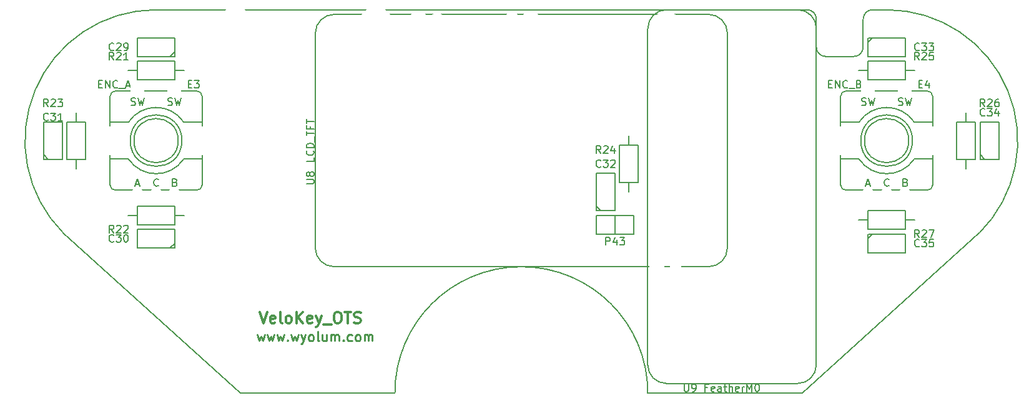
<source format=gto>
G04 #@! TF.FileFunction,Legend,Top*
%FSLAX46Y46*%
G04 Gerber Fmt 4.6, Leading zero omitted, Abs format (unit mm)*
G04 Created by KiCad (PCBNEW 4.0.1-3.201512221401+6198~38~ubuntu15.10.1-stable) date Mon Feb 15 20:14:59 2016*
%MOMM*%
G01*
G04 APERTURE LIST*
%ADD10C,0.101600*%
%ADD11C,0.254000*%
%ADD12C,0.304800*%
%ADD13C,0.152400*%
%ADD14C,0.150000*%
%ADD15O,2.432000X1.924000*%
%ADD16O,1.924000X2.432000*%
%ADD17O,1.924000X1.924000*%
%ADD18O,1.797000X1.797000*%
%ADD19C,1.901140*%
%ADD20C,2.398980*%
%ADD21R,2.432000X2.432000*%
%ADD22O,2.432000X2.432000*%
%ADD23C,4.572000*%
%ADD24O,2.813000X1.797000*%
%ADD25O,2.432000X1.797000*%
%ADD26C,1.924000*%
%ADD27C,2.000000*%
%ADD28C,4.100000*%
%ADD29C,3.000000*%
G04 APERTURE END LIST*
D10*
D11*
X56273096Y-67037857D02*
X56515000Y-67884524D01*
X56756905Y-67279762D01*
X56998810Y-67884524D01*
X57240715Y-67037857D01*
X57603572Y-67037857D02*
X57845476Y-67884524D01*
X58087381Y-67279762D01*
X58329286Y-67884524D01*
X58571191Y-67037857D01*
X58934048Y-67037857D02*
X59175952Y-67884524D01*
X59417857Y-67279762D01*
X59659762Y-67884524D01*
X59901667Y-67037857D01*
X60385476Y-67763571D02*
X60445952Y-67824048D01*
X60385476Y-67884524D01*
X60325000Y-67824048D01*
X60385476Y-67763571D01*
X60385476Y-67884524D01*
X60869286Y-67037857D02*
X61111190Y-67884524D01*
X61353095Y-67279762D01*
X61595000Y-67884524D01*
X61836905Y-67037857D01*
X62199762Y-67037857D02*
X62502143Y-67884524D01*
X62804523Y-67037857D02*
X62502143Y-67884524D01*
X62381190Y-68186905D01*
X62320714Y-68247381D01*
X62199762Y-68307857D01*
X63469762Y-67884524D02*
X63348809Y-67824048D01*
X63288333Y-67763571D01*
X63227857Y-67642619D01*
X63227857Y-67279762D01*
X63288333Y-67158810D01*
X63348809Y-67098333D01*
X63469762Y-67037857D01*
X63651190Y-67037857D01*
X63772142Y-67098333D01*
X63832619Y-67158810D01*
X63893095Y-67279762D01*
X63893095Y-67642619D01*
X63832619Y-67763571D01*
X63772142Y-67824048D01*
X63651190Y-67884524D01*
X63469762Y-67884524D01*
X64618810Y-67884524D02*
X64497857Y-67824048D01*
X64437381Y-67703095D01*
X64437381Y-66614524D01*
X65646905Y-67037857D02*
X65646905Y-67884524D01*
X65102619Y-67037857D02*
X65102619Y-67703095D01*
X65163095Y-67824048D01*
X65284048Y-67884524D01*
X65465476Y-67884524D01*
X65586428Y-67824048D01*
X65646905Y-67763571D01*
X66251667Y-67884524D02*
X66251667Y-67037857D01*
X66251667Y-67158810D02*
X66312143Y-67098333D01*
X66433096Y-67037857D01*
X66614524Y-67037857D01*
X66735476Y-67098333D01*
X66795953Y-67219286D01*
X66795953Y-67884524D01*
X66795953Y-67219286D02*
X66856429Y-67098333D01*
X66977381Y-67037857D01*
X67158810Y-67037857D01*
X67279762Y-67098333D01*
X67340238Y-67219286D01*
X67340238Y-67884524D01*
X67945000Y-67763571D02*
X68005476Y-67824048D01*
X67945000Y-67884524D01*
X67884524Y-67824048D01*
X67945000Y-67763571D01*
X67945000Y-67884524D01*
X69094048Y-67824048D02*
X68973095Y-67884524D01*
X68731191Y-67884524D01*
X68610238Y-67824048D01*
X68549762Y-67763571D01*
X68489286Y-67642619D01*
X68489286Y-67279762D01*
X68549762Y-67158810D01*
X68610238Y-67098333D01*
X68731191Y-67037857D01*
X68973095Y-67037857D01*
X69094048Y-67098333D01*
X69819762Y-67884524D02*
X69698809Y-67824048D01*
X69638333Y-67763571D01*
X69577857Y-67642619D01*
X69577857Y-67279762D01*
X69638333Y-67158810D01*
X69698809Y-67098333D01*
X69819762Y-67037857D01*
X70001190Y-67037857D01*
X70122142Y-67098333D01*
X70182619Y-67158810D01*
X70243095Y-67279762D01*
X70243095Y-67642619D01*
X70182619Y-67763571D01*
X70122142Y-67824048D01*
X70001190Y-67884524D01*
X69819762Y-67884524D01*
X70787381Y-67884524D02*
X70787381Y-67037857D01*
X70787381Y-67158810D02*
X70847857Y-67098333D01*
X70968810Y-67037857D01*
X71150238Y-67037857D01*
X71271190Y-67098333D01*
X71331667Y-67219286D01*
X71331667Y-67884524D01*
X71331667Y-67219286D02*
X71392143Y-67098333D01*
X71513095Y-67037857D01*
X71694524Y-67037857D01*
X71815476Y-67098333D01*
X71875952Y-67219286D01*
X71875952Y-67884524D01*
D12*
X56569428Y-63935429D02*
X57077428Y-65459429D01*
X57585428Y-63935429D01*
X58674000Y-65386857D02*
X58528857Y-65459429D01*
X58238571Y-65459429D01*
X58093428Y-65386857D01*
X58020857Y-65241714D01*
X58020857Y-64661143D01*
X58093428Y-64516000D01*
X58238571Y-64443429D01*
X58528857Y-64443429D01*
X58674000Y-64516000D01*
X58746571Y-64661143D01*
X58746571Y-64806286D01*
X58020857Y-64951429D01*
X59617428Y-65459429D02*
X59472286Y-65386857D01*
X59399714Y-65241714D01*
X59399714Y-63935429D01*
X60415714Y-65459429D02*
X60270572Y-65386857D01*
X60198000Y-65314286D01*
X60125429Y-65169143D01*
X60125429Y-64733714D01*
X60198000Y-64588571D01*
X60270572Y-64516000D01*
X60415714Y-64443429D01*
X60633429Y-64443429D01*
X60778572Y-64516000D01*
X60851143Y-64588571D01*
X60923714Y-64733714D01*
X60923714Y-65169143D01*
X60851143Y-65314286D01*
X60778572Y-65386857D01*
X60633429Y-65459429D01*
X60415714Y-65459429D01*
X61576857Y-65459429D02*
X61576857Y-63935429D01*
X62447714Y-65459429D02*
X61794571Y-64588571D01*
X62447714Y-63935429D02*
X61576857Y-64806286D01*
X63681429Y-65386857D02*
X63536286Y-65459429D01*
X63246000Y-65459429D01*
X63100857Y-65386857D01*
X63028286Y-65241714D01*
X63028286Y-64661143D01*
X63100857Y-64516000D01*
X63246000Y-64443429D01*
X63536286Y-64443429D01*
X63681429Y-64516000D01*
X63754000Y-64661143D01*
X63754000Y-64806286D01*
X63028286Y-64951429D01*
X64262000Y-64443429D02*
X64624857Y-65459429D01*
X64987715Y-64443429D02*
X64624857Y-65459429D01*
X64479715Y-65822286D01*
X64407143Y-65894857D01*
X64262000Y-65967429D01*
X65205429Y-65604571D02*
X66366572Y-65604571D01*
X67019715Y-63935429D02*
X67310001Y-63935429D01*
X67455143Y-64008000D01*
X67600286Y-64153143D01*
X67672858Y-64443429D01*
X67672858Y-64951429D01*
X67600286Y-65241714D01*
X67455143Y-65386857D01*
X67310001Y-65459429D01*
X67019715Y-65459429D01*
X66874572Y-65386857D01*
X66729429Y-65241714D01*
X66656858Y-64951429D01*
X66656858Y-64443429D01*
X66729429Y-64153143D01*
X66874572Y-64008000D01*
X67019715Y-63935429D01*
X68108286Y-63935429D02*
X68979143Y-63935429D01*
X68543714Y-65459429D02*
X68543714Y-63935429D01*
X69414572Y-65386857D02*
X69632286Y-65459429D01*
X69995143Y-65459429D01*
X70140286Y-65386857D01*
X70212857Y-65314286D01*
X70285429Y-65169143D01*
X70285429Y-65024000D01*
X70212857Y-64878857D01*
X70140286Y-64806286D01*
X69995143Y-64733714D01*
X69704857Y-64661143D01*
X69559715Y-64588571D01*
X69487143Y-64516000D01*
X69414572Y-64370857D01*
X69414572Y-64225714D01*
X69487143Y-64080571D01*
X69559715Y-64008000D01*
X69704857Y-63935429D01*
X70067715Y-63935429D01*
X70285429Y-64008000D01*
D13*
X139700000Y-22860000D02*
X141605000Y-22860000D01*
X139700000Y-22860000D02*
G75*
G03X138430000Y-24130000I0J-1270000D01*
G01*
X132080000Y-24130000D02*
G75*
G03X130810000Y-22860000I-1270000J0D01*
G01*
X137160000Y-29210000D02*
G75*
G03X138430000Y-27940000I0J1270000D01*
G01*
X132080000Y-27940000D02*
G75*
G03X133350000Y-29210000I1270000J0D01*
G01*
X133350000Y-29210000D02*
X137160000Y-29210000D01*
X138430000Y-27940000D02*
X138430000Y-24130000D01*
X132080000Y-24130000D02*
X132080000Y-27940000D01*
X109220000Y-74930000D02*
X130175000Y-74930000D01*
X74930000Y-74930000D02*
X53975000Y-74930000D01*
X109220000Y-74930000D02*
G75*
G03X92075000Y-57785000I-17145000J0D01*
G01*
X92075000Y-57785000D02*
G75*
G03X74930000Y-74930000I0J-17145000D01*
G01*
X53975000Y-74930000D02*
X29972000Y-53213000D01*
X29972641Y-53212359D02*
G75*
G02X42545000Y-22860000I12572359J12572359D01*
G01*
X42545000Y-22860000D02*
X130810000Y-22860000D01*
X130175000Y-74930000D02*
X154178000Y-53213000D01*
X154177359Y-53212359D02*
G75*
G03X141605000Y-22860000I-12572359J12572359D01*
G01*
D14*
X139115800Y-53340000D02*
X144145000Y-53340000D01*
X144145000Y-53340000D02*
X144145000Y-55880000D01*
X144145000Y-55880000D02*
X139065000Y-55880000D01*
X139065000Y-55880000D02*
X139065000Y-53340000D01*
X139065000Y-53975000D02*
X139700000Y-53340000D01*
X154305000Y-43129200D02*
X154305000Y-38100000D01*
X154305000Y-38100000D02*
X156845000Y-38100000D01*
X156845000Y-38100000D02*
X156845000Y-43180000D01*
X156845000Y-43180000D02*
X154305000Y-43180000D01*
X154940000Y-43180000D02*
X154305000Y-42545000D01*
X139115800Y-26670000D02*
X144145000Y-26670000D01*
X144145000Y-26670000D02*
X144145000Y-29210000D01*
X144145000Y-29210000D02*
X139065000Y-29210000D01*
X139065000Y-29210000D02*
X139065000Y-26670000D01*
X139065000Y-27305000D02*
X139700000Y-26670000D01*
X102235000Y-50114200D02*
X102235000Y-45085000D01*
X102235000Y-45085000D02*
X104775000Y-45085000D01*
X104775000Y-45085000D02*
X104775000Y-50165000D01*
X104775000Y-50165000D02*
X102235000Y-50165000D01*
X102870000Y-50165000D02*
X102235000Y-49530000D01*
X27305000Y-43129200D02*
X27305000Y-38100000D01*
X27305000Y-38100000D02*
X29845000Y-38100000D01*
X29845000Y-38100000D02*
X29845000Y-43180000D01*
X29845000Y-43180000D02*
X27305000Y-43180000D01*
X27940000Y-43180000D02*
X27305000Y-42545000D01*
X45034200Y-55245000D02*
X40005000Y-55245000D01*
X40005000Y-55245000D02*
X40005000Y-52705000D01*
X40005000Y-52705000D02*
X45085000Y-52705000D01*
X45085000Y-52705000D02*
X45085000Y-55245000D01*
X45085000Y-54610000D02*
X44450000Y-55245000D01*
X45034200Y-29210000D02*
X40005000Y-29210000D01*
X40005000Y-29210000D02*
X40005000Y-26670000D01*
X40005000Y-26670000D02*
X45085000Y-26670000D01*
X45085000Y-26670000D02*
X45085000Y-29210000D01*
X45085000Y-28575000D02*
X44450000Y-29210000D01*
X144145000Y-52705000D02*
X139065000Y-52705000D01*
X139065000Y-52705000D02*
X139065000Y-50165000D01*
X139065000Y-50165000D02*
X144145000Y-50165000D01*
X144145000Y-50165000D02*
X144145000Y-52705000D01*
X144145000Y-51435000D02*
X145415000Y-51435000D01*
X139065000Y-51435000D02*
X137795000Y-51435000D01*
X153670000Y-38100000D02*
X153670000Y-43180000D01*
X153670000Y-43180000D02*
X151130000Y-43180000D01*
X151130000Y-43180000D02*
X151130000Y-38100000D01*
X151130000Y-38100000D02*
X153670000Y-38100000D01*
X152400000Y-38100000D02*
X152400000Y-36830000D01*
X152400000Y-43180000D02*
X152400000Y-44450000D01*
X144145000Y-32385000D02*
X139065000Y-32385000D01*
X139065000Y-32385000D02*
X139065000Y-29845000D01*
X139065000Y-29845000D02*
X144145000Y-29845000D01*
X144145000Y-29845000D02*
X144145000Y-32385000D01*
X144145000Y-31115000D02*
X145415000Y-31115000D01*
X139065000Y-31115000D02*
X137795000Y-31115000D01*
X107950000Y-41275000D02*
X107950000Y-46355000D01*
X107950000Y-46355000D02*
X105410000Y-46355000D01*
X105410000Y-46355000D02*
X105410000Y-41275000D01*
X105410000Y-41275000D02*
X107950000Y-41275000D01*
X106680000Y-41275000D02*
X106680000Y-40005000D01*
X106680000Y-46355000D02*
X106680000Y-47625000D01*
X33020000Y-38100000D02*
X33020000Y-43180000D01*
X33020000Y-43180000D02*
X30480000Y-43180000D01*
X30480000Y-43180000D02*
X30480000Y-38100000D01*
X30480000Y-38100000D02*
X33020000Y-38100000D01*
X31750000Y-38100000D02*
X31750000Y-36830000D01*
X31750000Y-43180000D02*
X31750000Y-44450000D01*
X40005000Y-49530000D02*
X45085000Y-49530000D01*
X45085000Y-49530000D02*
X45085000Y-52070000D01*
X45085000Y-52070000D02*
X40005000Y-52070000D01*
X40005000Y-52070000D02*
X40005000Y-49530000D01*
X40005000Y-50800000D02*
X38735000Y-50800000D01*
X45085000Y-50800000D02*
X46355000Y-50800000D01*
X40005000Y-29845000D02*
X45085000Y-29845000D01*
X45085000Y-29845000D02*
X45085000Y-32385000D01*
X45085000Y-32385000D02*
X40005000Y-32385000D01*
X40005000Y-32385000D02*
X40005000Y-29845000D01*
X40005000Y-31115000D02*
X38735000Y-31115000D01*
X45085000Y-31115000D02*
X46355000Y-31115000D01*
X104775000Y-53340000D02*
X104775000Y-50800000D01*
X107315000Y-53340000D02*
X107315000Y-50800000D01*
X107315000Y-50800000D02*
X104775000Y-50800000D01*
X104775000Y-50800000D02*
X102235000Y-50800000D01*
X102235000Y-50800000D02*
X102235000Y-53340000D01*
X102235000Y-53340000D02*
X107315000Y-53340000D01*
X120015000Y-55245000D02*
X120015000Y-26035000D01*
X66675000Y-57785000D02*
X117475000Y-57785000D01*
X64135000Y-26035000D02*
X64135000Y-55245000D01*
X117475000Y-23495000D02*
X66675000Y-23495000D01*
X64135000Y-55245000D02*
G75*
G03X66675000Y-57785000I2540000J0D01*
G01*
X117475000Y-57785000D02*
G75*
G03X120015000Y-55245000I0J2540000D01*
G01*
X120015000Y-26035000D02*
G75*
G03X117475000Y-23495000I-2540000J0D01*
G01*
X66675000Y-23495000D02*
G75*
G03X64135000Y-26035000I0J-2540000D01*
G01*
X111760000Y-73660000D02*
X129540000Y-73660000D01*
X109220000Y-25400000D02*
X109220000Y-71120000D01*
X129540000Y-22860000D02*
X111760000Y-22860000D01*
X132080000Y-71120000D02*
X132080000Y-25400000D01*
X132080000Y-25400000D02*
G75*
G03X129540000Y-22860000I-2540000J0D01*
G01*
X111760000Y-22860000D02*
G75*
G03X109220000Y-25400000I0J-2540000D01*
G01*
X109220000Y-71120000D02*
G75*
G03X111760000Y-73660000I2540000J0D01*
G01*
X129540000Y-73660000D02*
G75*
G03X132080000Y-71120000I0J2540000D01*
G01*
X37045000Y-47390000D02*
X48045000Y-47390000D01*
X48795000Y-46640000D02*
X48795000Y-34640000D01*
X36295000Y-34640000D02*
X36295000Y-46640000D01*
X48045000Y-33890000D02*
X37045000Y-33890000D01*
X37045000Y-33890000D02*
G75*
G03X36295000Y-34640000I0J-750000D01*
G01*
X36295000Y-46640000D02*
G75*
G03X37045000Y-47390000I750000J0D01*
G01*
X48045000Y-47390000D02*
G75*
G03X48795000Y-46640000I0J750000D01*
G01*
X48795000Y-34640000D02*
G75*
G03X48045000Y-33890000I-750000J0D01*
G01*
X46295000Y-38140000D02*
X48795000Y-38140000D01*
X38795000Y-38140000D02*
X36295000Y-38140000D01*
X38795000Y-43140000D02*
X36295000Y-43140000D01*
X46295000Y-43140000D02*
X48795000Y-43140000D01*
X38795000Y-43140000D02*
G75*
G03X46295000Y-43140000I3750000J2500000D01*
G01*
X46295000Y-38140000D02*
G75*
G03X38795000Y-38140000I-3750000J-2500000D01*
G01*
X46045000Y-40640000D02*
G75*
G03X46045000Y-40640000I-3500000J0D01*
G01*
X45545000Y-40640000D02*
G75*
G03X45545000Y-40640000I-3000000J0D01*
G01*
X136105000Y-47390000D02*
X147105000Y-47390000D01*
X147855000Y-46640000D02*
X147855000Y-34640000D01*
X135355000Y-34640000D02*
X135355000Y-46640000D01*
X147105000Y-33890000D02*
X136105000Y-33890000D01*
X136105000Y-33890000D02*
G75*
G03X135355000Y-34640000I0J-750000D01*
G01*
X135355000Y-46640000D02*
G75*
G03X136105000Y-47390000I750000J0D01*
G01*
X147105000Y-47390000D02*
G75*
G03X147855000Y-46640000I0J750000D01*
G01*
X147855000Y-34640000D02*
G75*
G03X147105000Y-33890000I-750000J0D01*
G01*
X145355000Y-38140000D02*
X147855000Y-38140000D01*
X137855000Y-38140000D02*
X135355000Y-38140000D01*
X137855000Y-43140000D02*
X135355000Y-43140000D01*
X145355000Y-43140000D02*
X147855000Y-43140000D01*
X137855000Y-43140000D02*
G75*
G03X145355000Y-43140000I3750000J2500000D01*
G01*
X145355000Y-38140000D02*
G75*
G03X137855000Y-38140000I-3750000J-2500000D01*
G01*
X145105000Y-40640000D02*
G75*
G03X145105000Y-40640000I-3500000J0D01*
G01*
X144605000Y-40640000D02*
G75*
G03X144605000Y-40640000I-3000000J0D01*
G01*
D13*
X146031857Y-54972857D02*
X145983476Y-55021238D01*
X145838333Y-55069619D01*
X145741571Y-55069619D01*
X145596429Y-55021238D01*
X145499667Y-54924476D01*
X145451286Y-54827714D01*
X145402905Y-54634190D01*
X145402905Y-54489048D01*
X145451286Y-54295524D01*
X145499667Y-54198762D01*
X145596429Y-54102000D01*
X145741571Y-54053619D01*
X145838333Y-54053619D01*
X145983476Y-54102000D01*
X146031857Y-54150381D01*
X146370524Y-54053619D02*
X146999476Y-54053619D01*
X146660810Y-54440667D01*
X146805952Y-54440667D01*
X146902714Y-54489048D01*
X146951095Y-54537429D01*
X146999476Y-54634190D01*
X146999476Y-54876095D01*
X146951095Y-54972857D01*
X146902714Y-55021238D01*
X146805952Y-55069619D01*
X146515667Y-55069619D01*
X146418905Y-55021238D01*
X146370524Y-54972857D01*
X147918714Y-54053619D02*
X147434905Y-54053619D01*
X147386524Y-54537429D01*
X147434905Y-54489048D01*
X147531667Y-54440667D01*
X147773571Y-54440667D01*
X147870333Y-54489048D01*
X147918714Y-54537429D01*
X147967095Y-54634190D01*
X147967095Y-54876095D01*
X147918714Y-54972857D01*
X147870333Y-55021238D01*
X147773571Y-55069619D01*
X147531667Y-55069619D01*
X147434905Y-55021238D01*
X147386524Y-54972857D01*
X154921857Y-37192857D02*
X154873476Y-37241238D01*
X154728333Y-37289619D01*
X154631571Y-37289619D01*
X154486429Y-37241238D01*
X154389667Y-37144476D01*
X154341286Y-37047714D01*
X154292905Y-36854190D01*
X154292905Y-36709048D01*
X154341286Y-36515524D01*
X154389667Y-36418762D01*
X154486429Y-36322000D01*
X154631571Y-36273619D01*
X154728333Y-36273619D01*
X154873476Y-36322000D01*
X154921857Y-36370381D01*
X155260524Y-36273619D02*
X155889476Y-36273619D01*
X155550810Y-36660667D01*
X155695952Y-36660667D01*
X155792714Y-36709048D01*
X155841095Y-36757429D01*
X155889476Y-36854190D01*
X155889476Y-37096095D01*
X155841095Y-37192857D01*
X155792714Y-37241238D01*
X155695952Y-37289619D01*
X155405667Y-37289619D01*
X155308905Y-37241238D01*
X155260524Y-37192857D01*
X156760333Y-36612286D02*
X156760333Y-37289619D01*
X156518429Y-36225238D02*
X156276524Y-36950952D01*
X156905476Y-36950952D01*
X146031857Y-28302857D02*
X145983476Y-28351238D01*
X145838333Y-28399619D01*
X145741571Y-28399619D01*
X145596429Y-28351238D01*
X145499667Y-28254476D01*
X145451286Y-28157714D01*
X145402905Y-27964190D01*
X145402905Y-27819048D01*
X145451286Y-27625524D01*
X145499667Y-27528762D01*
X145596429Y-27432000D01*
X145741571Y-27383619D01*
X145838333Y-27383619D01*
X145983476Y-27432000D01*
X146031857Y-27480381D01*
X146370524Y-27383619D02*
X146999476Y-27383619D01*
X146660810Y-27770667D01*
X146805952Y-27770667D01*
X146902714Y-27819048D01*
X146951095Y-27867429D01*
X146999476Y-27964190D01*
X146999476Y-28206095D01*
X146951095Y-28302857D01*
X146902714Y-28351238D01*
X146805952Y-28399619D01*
X146515667Y-28399619D01*
X146418905Y-28351238D01*
X146370524Y-28302857D01*
X147338143Y-27383619D02*
X147967095Y-27383619D01*
X147628429Y-27770667D01*
X147773571Y-27770667D01*
X147870333Y-27819048D01*
X147918714Y-27867429D01*
X147967095Y-27964190D01*
X147967095Y-28206095D01*
X147918714Y-28302857D01*
X147870333Y-28351238D01*
X147773571Y-28399619D01*
X147483286Y-28399619D01*
X147386524Y-28351238D01*
X147338143Y-28302857D01*
X102851857Y-44177857D02*
X102803476Y-44226238D01*
X102658333Y-44274619D01*
X102561571Y-44274619D01*
X102416429Y-44226238D01*
X102319667Y-44129476D01*
X102271286Y-44032714D01*
X102222905Y-43839190D01*
X102222905Y-43694048D01*
X102271286Y-43500524D01*
X102319667Y-43403762D01*
X102416429Y-43307000D01*
X102561571Y-43258619D01*
X102658333Y-43258619D01*
X102803476Y-43307000D01*
X102851857Y-43355381D01*
X103190524Y-43258619D02*
X103819476Y-43258619D01*
X103480810Y-43645667D01*
X103625952Y-43645667D01*
X103722714Y-43694048D01*
X103771095Y-43742429D01*
X103819476Y-43839190D01*
X103819476Y-44081095D01*
X103771095Y-44177857D01*
X103722714Y-44226238D01*
X103625952Y-44274619D01*
X103335667Y-44274619D01*
X103238905Y-44226238D01*
X103190524Y-44177857D01*
X104206524Y-43355381D02*
X104254905Y-43307000D01*
X104351667Y-43258619D01*
X104593571Y-43258619D01*
X104690333Y-43307000D01*
X104738714Y-43355381D01*
X104787095Y-43452143D01*
X104787095Y-43548905D01*
X104738714Y-43694048D01*
X104158143Y-44274619D01*
X104787095Y-44274619D01*
X27921857Y-37827857D02*
X27873476Y-37876238D01*
X27728333Y-37924619D01*
X27631571Y-37924619D01*
X27486429Y-37876238D01*
X27389667Y-37779476D01*
X27341286Y-37682714D01*
X27292905Y-37489190D01*
X27292905Y-37344048D01*
X27341286Y-37150524D01*
X27389667Y-37053762D01*
X27486429Y-36957000D01*
X27631571Y-36908619D01*
X27728333Y-36908619D01*
X27873476Y-36957000D01*
X27921857Y-37005381D01*
X28260524Y-36908619D02*
X28889476Y-36908619D01*
X28550810Y-37295667D01*
X28695952Y-37295667D01*
X28792714Y-37344048D01*
X28841095Y-37392429D01*
X28889476Y-37489190D01*
X28889476Y-37731095D01*
X28841095Y-37827857D01*
X28792714Y-37876238D01*
X28695952Y-37924619D01*
X28405667Y-37924619D01*
X28308905Y-37876238D01*
X28260524Y-37827857D01*
X29857095Y-37924619D02*
X29276524Y-37924619D01*
X29566810Y-37924619D02*
X29566810Y-36908619D01*
X29470048Y-37053762D01*
X29373286Y-37150524D01*
X29276524Y-37198905D01*
X36811857Y-54337857D02*
X36763476Y-54386238D01*
X36618333Y-54434619D01*
X36521571Y-54434619D01*
X36376429Y-54386238D01*
X36279667Y-54289476D01*
X36231286Y-54192714D01*
X36182905Y-53999190D01*
X36182905Y-53854048D01*
X36231286Y-53660524D01*
X36279667Y-53563762D01*
X36376429Y-53467000D01*
X36521571Y-53418619D01*
X36618333Y-53418619D01*
X36763476Y-53467000D01*
X36811857Y-53515381D01*
X37150524Y-53418619D02*
X37779476Y-53418619D01*
X37440810Y-53805667D01*
X37585952Y-53805667D01*
X37682714Y-53854048D01*
X37731095Y-53902429D01*
X37779476Y-53999190D01*
X37779476Y-54241095D01*
X37731095Y-54337857D01*
X37682714Y-54386238D01*
X37585952Y-54434619D01*
X37295667Y-54434619D01*
X37198905Y-54386238D01*
X37150524Y-54337857D01*
X38408429Y-53418619D02*
X38505190Y-53418619D01*
X38601952Y-53467000D01*
X38650333Y-53515381D01*
X38698714Y-53612143D01*
X38747095Y-53805667D01*
X38747095Y-54047571D01*
X38698714Y-54241095D01*
X38650333Y-54337857D01*
X38601952Y-54386238D01*
X38505190Y-54434619D01*
X38408429Y-54434619D01*
X38311667Y-54386238D01*
X38263286Y-54337857D01*
X38214905Y-54241095D01*
X38166524Y-54047571D01*
X38166524Y-53805667D01*
X38214905Y-53612143D01*
X38263286Y-53515381D01*
X38311667Y-53467000D01*
X38408429Y-53418619D01*
X36811857Y-28302857D02*
X36763476Y-28351238D01*
X36618333Y-28399619D01*
X36521571Y-28399619D01*
X36376429Y-28351238D01*
X36279667Y-28254476D01*
X36231286Y-28157714D01*
X36182905Y-27964190D01*
X36182905Y-27819048D01*
X36231286Y-27625524D01*
X36279667Y-27528762D01*
X36376429Y-27432000D01*
X36521571Y-27383619D01*
X36618333Y-27383619D01*
X36763476Y-27432000D01*
X36811857Y-27480381D01*
X37198905Y-27480381D02*
X37247286Y-27432000D01*
X37344048Y-27383619D01*
X37585952Y-27383619D01*
X37682714Y-27432000D01*
X37731095Y-27480381D01*
X37779476Y-27577143D01*
X37779476Y-27673905D01*
X37731095Y-27819048D01*
X37150524Y-28399619D01*
X37779476Y-28399619D01*
X38263286Y-28399619D02*
X38456810Y-28399619D01*
X38553571Y-28351238D01*
X38601952Y-28302857D01*
X38698714Y-28157714D01*
X38747095Y-27964190D01*
X38747095Y-27577143D01*
X38698714Y-27480381D01*
X38650333Y-27432000D01*
X38553571Y-27383619D01*
X38360048Y-27383619D01*
X38263286Y-27432000D01*
X38214905Y-27480381D01*
X38166524Y-27577143D01*
X38166524Y-27819048D01*
X38214905Y-27915810D01*
X38263286Y-27964190D01*
X38360048Y-28012571D01*
X38553571Y-28012571D01*
X38650333Y-27964190D01*
X38698714Y-27915810D01*
X38747095Y-27819048D01*
X146031857Y-53799619D02*
X145693191Y-53315810D01*
X145451286Y-53799619D02*
X145451286Y-52783619D01*
X145838333Y-52783619D01*
X145935095Y-52832000D01*
X145983476Y-52880381D01*
X146031857Y-52977143D01*
X146031857Y-53122286D01*
X145983476Y-53219048D01*
X145935095Y-53267429D01*
X145838333Y-53315810D01*
X145451286Y-53315810D01*
X146418905Y-52880381D02*
X146467286Y-52832000D01*
X146564048Y-52783619D01*
X146805952Y-52783619D01*
X146902714Y-52832000D01*
X146951095Y-52880381D01*
X146999476Y-52977143D01*
X146999476Y-53073905D01*
X146951095Y-53219048D01*
X146370524Y-53799619D01*
X146999476Y-53799619D01*
X147338143Y-52783619D02*
X148015476Y-52783619D01*
X147580048Y-53799619D01*
X154921857Y-36019619D02*
X154583191Y-35535810D01*
X154341286Y-36019619D02*
X154341286Y-35003619D01*
X154728333Y-35003619D01*
X154825095Y-35052000D01*
X154873476Y-35100381D01*
X154921857Y-35197143D01*
X154921857Y-35342286D01*
X154873476Y-35439048D01*
X154825095Y-35487429D01*
X154728333Y-35535810D01*
X154341286Y-35535810D01*
X155308905Y-35100381D02*
X155357286Y-35052000D01*
X155454048Y-35003619D01*
X155695952Y-35003619D01*
X155792714Y-35052000D01*
X155841095Y-35100381D01*
X155889476Y-35197143D01*
X155889476Y-35293905D01*
X155841095Y-35439048D01*
X155260524Y-36019619D01*
X155889476Y-36019619D01*
X156760333Y-35003619D02*
X156566810Y-35003619D01*
X156470048Y-35052000D01*
X156421667Y-35100381D01*
X156324905Y-35245524D01*
X156276524Y-35439048D01*
X156276524Y-35826095D01*
X156324905Y-35922857D01*
X156373286Y-35971238D01*
X156470048Y-36019619D01*
X156663571Y-36019619D01*
X156760333Y-35971238D01*
X156808714Y-35922857D01*
X156857095Y-35826095D01*
X156857095Y-35584190D01*
X156808714Y-35487429D01*
X156760333Y-35439048D01*
X156663571Y-35390667D01*
X156470048Y-35390667D01*
X156373286Y-35439048D01*
X156324905Y-35487429D01*
X156276524Y-35584190D01*
X146031857Y-29669619D02*
X145693191Y-29185810D01*
X145451286Y-29669619D02*
X145451286Y-28653619D01*
X145838333Y-28653619D01*
X145935095Y-28702000D01*
X145983476Y-28750381D01*
X146031857Y-28847143D01*
X146031857Y-28992286D01*
X145983476Y-29089048D01*
X145935095Y-29137429D01*
X145838333Y-29185810D01*
X145451286Y-29185810D01*
X146418905Y-28750381D02*
X146467286Y-28702000D01*
X146564048Y-28653619D01*
X146805952Y-28653619D01*
X146902714Y-28702000D01*
X146951095Y-28750381D01*
X146999476Y-28847143D01*
X146999476Y-28943905D01*
X146951095Y-29089048D01*
X146370524Y-29669619D01*
X146999476Y-29669619D01*
X147918714Y-28653619D02*
X147434905Y-28653619D01*
X147386524Y-29137429D01*
X147434905Y-29089048D01*
X147531667Y-29040667D01*
X147773571Y-29040667D01*
X147870333Y-29089048D01*
X147918714Y-29137429D01*
X147967095Y-29234190D01*
X147967095Y-29476095D01*
X147918714Y-29572857D01*
X147870333Y-29621238D01*
X147773571Y-29669619D01*
X147531667Y-29669619D01*
X147434905Y-29621238D01*
X147386524Y-29572857D01*
X102851857Y-42369619D02*
X102513191Y-41885810D01*
X102271286Y-42369619D02*
X102271286Y-41353619D01*
X102658333Y-41353619D01*
X102755095Y-41402000D01*
X102803476Y-41450381D01*
X102851857Y-41547143D01*
X102851857Y-41692286D01*
X102803476Y-41789048D01*
X102755095Y-41837429D01*
X102658333Y-41885810D01*
X102271286Y-41885810D01*
X103238905Y-41450381D02*
X103287286Y-41402000D01*
X103384048Y-41353619D01*
X103625952Y-41353619D01*
X103722714Y-41402000D01*
X103771095Y-41450381D01*
X103819476Y-41547143D01*
X103819476Y-41643905D01*
X103771095Y-41789048D01*
X103190524Y-42369619D01*
X103819476Y-42369619D01*
X104690333Y-41692286D02*
X104690333Y-42369619D01*
X104448429Y-41305238D02*
X104206524Y-42030952D01*
X104835476Y-42030952D01*
X27921857Y-36019619D02*
X27583191Y-35535810D01*
X27341286Y-36019619D02*
X27341286Y-35003619D01*
X27728333Y-35003619D01*
X27825095Y-35052000D01*
X27873476Y-35100381D01*
X27921857Y-35197143D01*
X27921857Y-35342286D01*
X27873476Y-35439048D01*
X27825095Y-35487429D01*
X27728333Y-35535810D01*
X27341286Y-35535810D01*
X28308905Y-35100381D02*
X28357286Y-35052000D01*
X28454048Y-35003619D01*
X28695952Y-35003619D01*
X28792714Y-35052000D01*
X28841095Y-35100381D01*
X28889476Y-35197143D01*
X28889476Y-35293905D01*
X28841095Y-35439048D01*
X28260524Y-36019619D01*
X28889476Y-36019619D01*
X29228143Y-35003619D02*
X29857095Y-35003619D01*
X29518429Y-35390667D01*
X29663571Y-35390667D01*
X29760333Y-35439048D01*
X29808714Y-35487429D01*
X29857095Y-35584190D01*
X29857095Y-35826095D01*
X29808714Y-35922857D01*
X29760333Y-35971238D01*
X29663571Y-36019619D01*
X29373286Y-36019619D01*
X29276524Y-35971238D01*
X29228143Y-35922857D01*
X36811857Y-53164619D02*
X36473191Y-52680810D01*
X36231286Y-53164619D02*
X36231286Y-52148619D01*
X36618333Y-52148619D01*
X36715095Y-52197000D01*
X36763476Y-52245381D01*
X36811857Y-52342143D01*
X36811857Y-52487286D01*
X36763476Y-52584048D01*
X36715095Y-52632429D01*
X36618333Y-52680810D01*
X36231286Y-52680810D01*
X37198905Y-52245381D02*
X37247286Y-52197000D01*
X37344048Y-52148619D01*
X37585952Y-52148619D01*
X37682714Y-52197000D01*
X37731095Y-52245381D01*
X37779476Y-52342143D01*
X37779476Y-52438905D01*
X37731095Y-52584048D01*
X37150524Y-53164619D01*
X37779476Y-53164619D01*
X38166524Y-52245381D02*
X38214905Y-52197000D01*
X38311667Y-52148619D01*
X38553571Y-52148619D01*
X38650333Y-52197000D01*
X38698714Y-52245381D01*
X38747095Y-52342143D01*
X38747095Y-52438905D01*
X38698714Y-52584048D01*
X38118143Y-53164619D01*
X38747095Y-53164619D01*
X36811857Y-29669619D02*
X36473191Y-29185810D01*
X36231286Y-29669619D02*
X36231286Y-28653619D01*
X36618333Y-28653619D01*
X36715095Y-28702000D01*
X36763476Y-28750381D01*
X36811857Y-28847143D01*
X36811857Y-28992286D01*
X36763476Y-29089048D01*
X36715095Y-29137429D01*
X36618333Y-29185810D01*
X36231286Y-29185810D01*
X37198905Y-28750381D02*
X37247286Y-28702000D01*
X37344048Y-28653619D01*
X37585952Y-28653619D01*
X37682714Y-28702000D01*
X37731095Y-28750381D01*
X37779476Y-28847143D01*
X37779476Y-28943905D01*
X37731095Y-29089048D01*
X37150524Y-29669619D01*
X37779476Y-29669619D01*
X38747095Y-29669619D02*
X38166524Y-29669619D01*
X38456810Y-29669619D02*
X38456810Y-28653619D01*
X38360048Y-28798762D01*
X38263286Y-28895524D01*
X38166524Y-28943905D01*
X103541286Y-54815619D02*
X103541286Y-53799619D01*
X103928333Y-53799619D01*
X104025095Y-53848000D01*
X104073476Y-53896381D01*
X104121857Y-53993143D01*
X104121857Y-54138286D01*
X104073476Y-54235048D01*
X104025095Y-54283429D01*
X103928333Y-54331810D01*
X103541286Y-54331810D01*
X104992714Y-54138286D02*
X104992714Y-54815619D01*
X104750810Y-53751238D02*
X104508905Y-54476952D01*
X105137857Y-54476952D01*
X105428143Y-53799619D02*
X106057095Y-53799619D01*
X105718429Y-54186667D01*
X105863571Y-54186667D01*
X105960333Y-54235048D01*
X106008714Y-54283429D01*
X106057095Y-54380190D01*
X106057095Y-54622095D01*
X106008714Y-54718857D01*
X105960333Y-54767238D01*
X105863571Y-54815619D01*
X105573286Y-54815619D01*
X105476524Y-54767238D01*
X105428143Y-54718857D01*
X62943619Y-46494095D02*
X63766095Y-46494095D01*
X63862857Y-46445714D01*
X63911238Y-46397333D01*
X63959619Y-46300571D01*
X63959619Y-46107048D01*
X63911238Y-46010286D01*
X63862857Y-45961905D01*
X63766095Y-45913524D01*
X62943619Y-45913524D01*
X63379048Y-45284571D02*
X63330667Y-45381333D01*
X63282286Y-45429714D01*
X63185524Y-45478095D01*
X63137143Y-45478095D01*
X63040381Y-45429714D01*
X62992000Y-45381333D01*
X62943619Y-45284571D01*
X62943619Y-45091048D01*
X62992000Y-44994286D01*
X63040381Y-44945905D01*
X63137143Y-44897524D01*
X63185524Y-44897524D01*
X63282286Y-44945905D01*
X63330667Y-44994286D01*
X63379048Y-45091048D01*
X63379048Y-45284571D01*
X63427429Y-45381333D01*
X63475810Y-45429714D01*
X63572571Y-45478095D01*
X63766095Y-45478095D01*
X63862857Y-45429714D01*
X63911238Y-45381333D01*
X63959619Y-45284571D01*
X63959619Y-45091048D01*
X63911238Y-44994286D01*
X63862857Y-44945905D01*
X63766095Y-44897524D01*
X63572571Y-44897524D01*
X63475810Y-44945905D01*
X63427429Y-44994286D01*
X63379048Y-45091048D01*
X63959619Y-42938095D02*
X63959619Y-43421904D01*
X62943619Y-43421904D01*
X63862857Y-42018857D02*
X63911238Y-42067238D01*
X63959619Y-42212381D01*
X63959619Y-42309143D01*
X63911238Y-42454285D01*
X63814476Y-42551047D01*
X63717714Y-42599428D01*
X63524190Y-42647809D01*
X63379048Y-42647809D01*
X63185524Y-42599428D01*
X63088762Y-42551047D01*
X62992000Y-42454285D01*
X62943619Y-42309143D01*
X62943619Y-42212381D01*
X62992000Y-42067238D01*
X63040381Y-42018857D01*
X63959619Y-41583428D02*
X62943619Y-41583428D01*
X62943619Y-41341523D01*
X62992000Y-41196381D01*
X63088762Y-41099619D01*
X63185524Y-41051238D01*
X63379048Y-41002857D01*
X63524190Y-41002857D01*
X63717714Y-41051238D01*
X63814476Y-41099619D01*
X63911238Y-41196381D01*
X63959619Y-41341523D01*
X63959619Y-41583428D01*
X64056381Y-40809333D02*
X64056381Y-40035238D01*
X62943619Y-39938476D02*
X62943619Y-39357905D01*
X63959619Y-39648190D02*
X62943619Y-39648190D01*
X63427429Y-38680572D02*
X63427429Y-39019238D01*
X63959619Y-39019238D02*
X62943619Y-39019238D01*
X62943619Y-38535429D01*
X62943619Y-38293524D02*
X62943619Y-37712953D01*
X63959619Y-38003238D02*
X62943619Y-38003238D01*
X114160905Y-73738619D02*
X114160905Y-74561095D01*
X114209286Y-74657857D01*
X114257667Y-74706238D01*
X114354429Y-74754619D01*
X114547952Y-74754619D01*
X114644714Y-74706238D01*
X114693095Y-74657857D01*
X114741476Y-74561095D01*
X114741476Y-73738619D01*
X115273667Y-74754619D02*
X115467191Y-74754619D01*
X115563952Y-74706238D01*
X115612333Y-74657857D01*
X115709095Y-74512714D01*
X115757476Y-74319190D01*
X115757476Y-73932143D01*
X115709095Y-73835381D01*
X115660714Y-73787000D01*
X115563952Y-73738619D01*
X115370429Y-73738619D01*
X115273667Y-73787000D01*
X115225286Y-73835381D01*
X115176905Y-73932143D01*
X115176905Y-74174048D01*
X115225286Y-74270810D01*
X115273667Y-74319190D01*
X115370429Y-74367571D01*
X115563952Y-74367571D01*
X115660714Y-74319190D01*
X115709095Y-74270810D01*
X115757476Y-74174048D01*
X117335905Y-74222429D02*
X116997239Y-74222429D01*
X116997239Y-74754619D02*
X116997239Y-73738619D01*
X117481048Y-73738619D01*
X118255143Y-74706238D02*
X118158381Y-74754619D01*
X117964858Y-74754619D01*
X117868096Y-74706238D01*
X117819715Y-74609476D01*
X117819715Y-74222429D01*
X117868096Y-74125667D01*
X117964858Y-74077286D01*
X118158381Y-74077286D01*
X118255143Y-74125667D01*
X118303524Y-74222429D01*
X118303524Y-74319190D01*
X117819715Y-74415952D01*
X119174381Y-74754619D02*
X119174381Y-74222429D01*
X119126000Y-74125667D01*
X119029238Y-74077286D01*
X118835715Y-74077286D01*
X118738953Y-74125667D01*
X119174381Y-74706238D02*
X119077619Y-74754619D01*
X118835715Y-74754619D01*
X118738953Y-74706238D01*
X118690572Y-74609476D01*
X118690572Y-74512714D01*
X118738953Y-74415952D01*
X118835715Y-74367571D01*
X119077619Y-74367571D01*
X119174381Y-74319190D01*
X119513048Y-74077286D02*
X119900096Y-74077286D01*
X119658191Y-73738619D02*
X119658191Y-74609476D01*
X119706572Y-74706238D01*
X119803334Y-74754619D01*
X119900096Y-74754619D01*
X120238762Y-74754619D02*
X120238762Y-73738619D01*
X120674190Y-74754619D02*
X120674190Y-74222429D01*
X120625809Y-74125667D01*
X120529047Y-74077286D01*
X120383905Y-74077286D01*
X120287143Y-74125667D01*
X120238762Y-74174048D01*
X121545047Y-74706238D02*
X121448285Y-74754619D01*
X121254762Y-74754619D01*
X121158000Y-74706238D01*
X121109619Y-74609476D01*
X121109619Y-74222429D01*
X121158000Y-74125667D01*
X121254762Y-74077286D01*
X121448285Y-74077286D01*
X121545047Y-74125667D01*
X121593428Y-74222429D01*
X121593428Y-74319190D01*
X121109619Y-74415952D01*
X122028857Y-74754619D02*
X122028857Y-74077286D01*
X122028857Y-74270810D02*
X122077238Y-74174048D01*
X122125619Y-74125667D01*
X122222381Y-74077286D01*
X122319142Y-74077286D01*
X122657809Y-74754619D02*
X122657809Y-73738619D01*
X122996475Y-74464333D01*
X123335142Y-73738619D01*
X123335142Y-74754619D01*
X124012476Y-73738619D02*
X124109237Y-73738619D01*
X124205999Y-73787000D01*
X124254380Y-73835381D01*
X124302761Y-73932143D01*
X124351142Y-74125667D01*
X124351142Y-74367571D01*
X124302761Y-74561095D01*
X124254380Y-74657857D01*
X124205999Y-74706238D01*
X124109237Y-74754619D01*
X124012476Y-74754619D01*
X123915714Y-74706238D01*
X123867333Y-74657857D01*
X123818952Y-74561095D01*
X123770571Y-74367571D01*
X123770571Y-74125667D01*
X123818952Y-73932143D01*
X123867333Y-73835381D01*
X123915714Y-73787000D01*
X124012476Y-73738619D01*
X46923477Y-32947429D02*
X47262143Y-32947429D01*
X47407286Y-33479619D02*
X46923477Y-33479619D01*
X46923477Y-32463619D01*
X47407286Y-32463619D01*
X47745953Y-32463619D02*
X48374905Y-32463619D01*
X48036239Y-32850667D01*
X48181381Y-32850667D01*
X48278143Y-32899048D01*
X48326524Y-32947429D01*
X48374905Y-33044190D01*
X48374905Y-33286095D01*
X48326524Y-33382857D01*
X48278143Y-33431238D01*
X48181381Y-33479619D01*
X47891096Y-33479619D01*
X47794334Y-33431238D01*
X47745953Y-33382857D01*
X34749620Y-32947429D02*
X35088286Y-32947429D01*
X35233429Y-33479619D02*
X34749620Y-33479619D01*
X34749620Y-32463619D01*
X35233429Y-32463619D01*
X35668858Y-33479619D02*
X35668858Y-32463619D01*
X36249429Y-33479619D01*
X36249429Y-32463619D01*
X37313810Y-33382857D02*
X37265429Y-33431238D01*
X37120286Y-33479619D01*
X37023524Y-33479619D01*
X36878382Y-33431238D01*
X36781620Y-33334476D01*
X36733239Y-33237714D01*
X36684858Y-33044190D01*
X36684858Y-32899048D01*
X36733239Y-32705524D01*
X36781620Y-32608762D01*
X36878382Y-32512000D01*
X37023524Y-32463619D01*
X37120286Y-32463619D01*
X37265429Y-32512000D01*
X37313810Y-32560381D01*
X37507334Y-33576381D02*
X38281429Y-33576381D01*
X38474953Y-33189333D02*
X38958762Y-33189333D01*
X38378191Y-33479619D02*
X38716858Y-32463619D01*
X39055524Y-33479619D01*
X42859476Y-46752857D02*
X42811095Y-46801238D01*
X42665952Y-46849619D01*
X42569190Y-46849619D01*
X42424048Y-46801238D01*
X42327286Y-46704476D01*
X42278905Y-46607714D01*
X42230524Y-46414190D01*
X42230524Y-46269048D01*
X42278905Y-46075524D01*
X42327286Y-45978762D01*
X42424048Y-45882000D01*
X42569190Y-45833619D01*
X42665952Y-45833619D01*
X42811095Y-45882000D01*
X42859476Y-45930381D01*
X39803096Y-46559333D02*
X40286905Y-46559333D01*
X39706334Y-46849619D02*
X40045001Y-45833619D01*
X40383667Y-46849619D01*
X45117571Y-46317429D02*
X45262714Y-46365810D01*
X45311095Y-46414190D01*
X45359476Y-46510952D01*
X45359476Y-46656095D01*
X45311095Y-46752857D01*
X45262714Y-46801238D01*
X45165952Y-46849619D01*
X44778905Y-46849619D01*
X44778905Y-45833619D01*
X45117571Y-45833619D01*
X45214333Y-45882000D01*
X45262714Y-45930381D01*
X45311095Y-46027143D01*
X45311095Y-46123905D01*
X45262714Y-46220667D01*
X45214333Y-46269048D01*
X45117571Y-46317429D01*
X44778905Y-46317429D01*
X39174143Y-35801238D02*
X39319286Y-35849619D01*
X39561190Y-35849619D01*
X39657952Y-35801238D01*
X39706333Y-35752857D01*
X39754714Y-35656095D01*
X39754714Y-35559333D01*
X39706333Y-35462571D01*
X39657952Y-35414190D01*
X39561190Y-35365810D01*
X39367667Y-35317429D01*
X39270905Y-35269048D01*
X39222524Y-35220667D01*
X39174143Y-35123905D01*
X39174143Y-35027143D01*
X39222524Y-34930381D01*
X39270905Y-34882000D01*
X39367667Y-34833619D01*
X39609571Y-34833619D01*
X39754714Y-34882000D01*
X40093381Y-34833619D02*
X40335286Y-35849619D01*
X40528809Y-35123905D01*
X40722333Y-35849619D01*
X40964238Y-34833619D01*
X44174143Y-35801238D02*
X44319286Y-35849619D01*
X44561190Y-35849619D01*
X44657952Y-35801238D01*
X44706333Y-35752857D01*
X44754714Y-35656095D01*
X44754714Y-35559333D01*
X44706333Y-35462571D01*
X44657952Y-35414190D01*
X44561190Y-35365810D01*
X44367667Y-35317429D01*
X44270905Y-35269048D01*
X44222524Y-35220667D01*
X44174143Y-35123905D01*
X44174143Y-35027143D01*
X44222524Y-34930381D01*
X44270905Y-34882000D01*
X44367667Y-34833619D01*
X44609571Y-34833619D01*
X44754714Y-34882000D01*
X45093381Y-34833619D02*
X45335286Y-35849619D01*
X45528809Y-35123905D01*
X45722333Y-35849619D01*
X45964238Y-34833619D01*
X145983477Y-32947429D02*
X146322143Y-32947429D01*
X146467286Y-33479619D02*
X145983477Y-33479619D01*
X145983477Y-32463619D01*
X146467286Y-32463619D01*
X147338143Y-32802286D02*
X147338143Y-33479619D01*
X147096239Y-32415238D02*
X146854334Y-33140952D01*
X147483286Y-33140952D01*
X133737048Y-32947429D02*
X134075714Y-32947429D01*
X134220857Y-33479619D02*
X133737048Y-33479619D01*
X133737048Y-32463619D01*
X134220857Y-32463619D01*
X134656286Y-33479619D02*
X134656286Y-32463619D01*
X135236857Y-33479619D01*
X135236857Y-32463619D01*
X136301238Y-33382857D02*
X136252857Y-33431238D01*
X136107714Y-33479619D01*
X136010952Y-33479619D01*
X135865810Y-33431238D01*
X135769048Y-33334476D01*
X135720667Y-33237714D01*
X135672286Y-33044190D01*
X135672286Y-32899048D01*
X135720667Y-32705524D01*
X135769048Y-32608762D01*
X135865810Y-32512000D01*
X136010952Y-32463619D01*
X136107714Y-32463619D01*
X136252857Y-32512000D01*
X136301238Y-32560381D01*
X136494762Y-33576381D02*
X137268857Y-33576381D01*
X137849428Y-32947429D02*
X137994571Y-32995810D01*
X138042952Y-33044190D01*
X138091333Y-33140952D01*
X138091333Y-33286095D01*
X138042952Y-33382857D01*
X137994571Y-33431238D01*
X137897809Y-33479619D01*
X137510762Y-33479619D01*
X137510762Y-32463619D01*
X137849428Y-32463619D01*
X137946190Y-32512000D01*
X137994571Y-32560381D01*
X138042952Y-32657143D01*
X138042952Y-32753905D01*
X137994571Y-32850667D01*
X137946190Y-32899048D01*
X137849428Y-32947429D01*
X137510762Y-32947429D01*
X141919476Y-46752857D02*
X141871095Y-46801238D01*
X141725952Y-46849619D01*
X141629190Y-46849619D01*
X141484048Y-46801238D01*
X141387286Y-46704476D01*
X141338905Y-46607714D01*
X141290524Y-46414190D01*
X141290524Y-46269048D01*
X141338905Y-46075524D01*
X141387286Y-45978762D01*
X141484048Y-45882000D01*
X141629190Y-45833619D01*
X141725952Y-45833619D01*
X141871095Y-45882000D01*
X141919476Y-45930381D01*
X138863096Y-46559333D02*
X139346905Y-46559333D01*
X138766334Y-46849619D02*
X139105001Y-45833619D01*
X139443667Y-46849619D01*
X144177571Y-46317429D02*
X144322714Y-46365810D01*
X144371095Y-46414190D01*
X144419476Y-46510952D01*
X144419476Y-46656095D01*
X144371095Y-46752857D01*
X144322714Y-46801238D01*
X144225952Y-46849619D01*
X143838905Y-46849619D01*
X143838905Y-45833619D01*
X144177571Y-45833619D01*
X144274333Y-45882000D01*
X144322714Y-45930381D01*
X144371095Y-46027143D01*
X144371095Y-46123905D01*
X144322714Y-46220667D01*
X144274333Y-46269048D01*
X144177571Y-46317429D01*
X143838905Y-46317429D01*
X138234143Y-35801238D02*
X138379286Y-35849619D01*
X138621190Y-35849619D01*
X138717952Y-35801238D01*
X138766333Y-35752857D01*
X138814714Y-35656095D01*
X138814714Y-35559333D01*
X138766333Y-35462571D01*
X138717952Y-35414190D01*
X138621190Y-35365810D01*
X138427667Y-35317429D01*
X138330905Y-35269048D01*
X138282524Y-35220667D01*
X138234143Y-35123905D01*
X138234143Y-35027143D01*
X138282524Y-34930381D01*
X138330905Y-34882000D01*
X138427667Y-34833619D01*
X138669571Y-34833619D01*
X138814714Y-34882000D01*
X139153381Y-34833619D02*
X139395286Y-35849619D01*
X139588809Y-35123905D01*
X139782333Y-35849619D01*
X140024238Y-34833619D01*
X143234143Y-35801238D02*
X143379286Y-35849619D01*
X143621190Y-35849619D01*
X143717952Y-35801238D01*
X143766333Y-35752857D01*
X143814714Y-35656095D01*
X143814714Y-35559333D01*
X143766333Y-35462571D01*
X143717952Y-35414190D01*
X143621190Y-35365810D01*
X143427667Y-35317429D01*
X143330905Y-35269048D01*
X143282524Y-35220667D01*
X143234143Y-35123905D01*
X143234143Y-35027143D01*
X143282524Y-34930381D01*
X143330905Y-34882000D01*
X143427667Y-34833619D01*
X143669571Y-34833619D01*
X143814714Y-34882000D01*
X144153381Y-34833619D02*
X144395286Y-35849619D01*
X144588809Y-35123905D01*
X144782333Y-35849619D01*
X145024238Y-34833619D01*
%LPC*%
D15*
X93345000Y-24130000D03*
X93345000Y-26670000D03*
X93345000Y-29210000D03*
X93345000Y-31750000D03*
X93345000Y-34290000D03*
X93345000Y-36830000D03*
X93345000Y-39370000D03*
X93345000Y-41910000D03*
X93345000Y-44450000D03*
X93345000Y-46990000D03*
X93345000Y-49530000D03*
X93345000Y-52070000D03*
D16*
X92075000Y-54610000D03*
X89535000Y-54610000D03*
X86995000Y-54610000D03*
X84455000Y-54610000D03*
X81915000Y-54610000D03*
X79375000Y-54610000D03*
D15*
X78105000Y-52069999D03*
X78105000Y-49530000D03*
X78105000Y-46990000D03*
X78105000Y-44450000D03*
X78105000Y-41910000D03*
X78105000Y-39370000D03*
X78105000Y-36830000D03*
X78105000Y-34290000D03*
X78105000Y-31750000D03*
X78105000Y-29210000D03*
X78105000Y-26670000D03*
X78105000Y-24130000D03*
D17*
X90805000Y-24130000D03*
X90805000Y-26670000D03*
X90805000Y-29210000D03*
X90805000Y-31750000D03*
X90805000Y-34290000D03*
X90805000Y-36830000D03*
X90805000Y-39370000D03*
X90805000Y-41910000D03*
X90805000Y-44450000D03*
X90805000Y-46990000D03*
X90805000Y-49530000D03*
X95885000Y-52070000D03*
X94615000Y-54610000D03*
X89535000Y-52070000D03*
X86995000Y-52070000D03*
X84455000Y-52070000D03*
X81915000Y-52070000D03*
X76835000Y-54610000D03*
X75565000Y-52070000D03*
X80645000Y-49530000D03*
X80645000Y-46990000D03*
X80645000Y-44450000D03*
X80645000Y-41910000D03*
X80645000Y-39370000D03*
X80645000Y-36830000D03*
X80645000Y-34290000D03*
X80645000Y-31750000D03*
X80645000Y-29210000D03*
D18*
X80645000Y-26670000D03*
X80645000Y-24130000D03*
D19*
X140335000Y-54610000D03*
X142875000Y-54610000D03*
X155575000Y-41910000D03*
X155575000Y-39370000D03*
X140335000Y-27940000D03*
X142875000Y-27940000D03*
X103505000Y-48895000D03*
X103505000Y-46355000D03*
X28575000Y-41910000D03*
X28575000Y-39370000D03*
X43815000Y-53975000D03*
X41275000Y-53975000D03*
X43815000Y-27940000D03*
X41275000Y-27940000D03*
D20*
X146685000Y-51435000D03*
X136525000Y-51435000D03*
X152400000Y-35560000D03*
X152400000Y-45720000D03*
X146685000Y-31115000D03*
X136525000Y-31115000D03*
X106680000Y-38735000D03*
X106680000Y-48895000D03*
X31750000Y-35560000D03*
X31750000Y-45720000D03*
X37465000Y-50800000D03*
X47625000Y-50800000D03*
X37465000Y-31115000D03*
X47625000Y-31115000D03*
D21*
X106045000Y-52070000D03*
D22*
X103505000Y-52070000D03*
D15*
X73025000Y-28575000D03*
X73025000Y-31115000D03*
X73025000Y-33655000D03*
X73025000Y-36195000D03*
X73025000Y-38735000D03*
X73025000Y-41275000D03*
X73025000Y-43815000D03*
X73025000Y-46355000D03*
X73025000Y-48895000D03*
X73025000Y-51435000D03*
X73025000Y-53975000D03*
X73025000Y-56515000D03*
D16*
X69215000Y-60960000D03*
X66675000Y-60960000D03*
X64135000Y-60960000D03*
X61595000Y-60960000D03*
X59055000Y-60960000D03*
X56515000Y-60960000D03*
D15*
X52705000Y-56515000D03*
X52705000Y-53975000D03*
X52705000Y-51435000D03*
X52705000Y-48895000D03*
X52705000Y-46355000D03*
X52705000Y-43815000D03*
X52705000Y-41275000D03*
X52705000Y-38735000D03*
X52705000Y-36195000D03*
X52705000Y-33655000D03*
X52705000Y-31115000D03*
X52705000Y-28575000D03*
D23*
X72390000Y-60325000D03*
X53340000Y-60325000D03*
X53340000Y-24765000D03*
X72390000Y-24765000D03*
D17*
X70485000Y-28575000D03*
X70485000Y-31115000D03*
X70485000Y-33655000D03*
X70485000Y-36195000D03*
X70485000Y-38735000D03*
X70485000Y-41275000D03*
X70485000Y-43815000D03*
X70485000Y-46355000D03*
X70485000Y-48895000D03*
X70485000Y-51435000D03*
X70485000Y-53975000D03*
X70485000Y-56515000D03*
X55245000Y-56515000D03*
X55245000Y-53975000D03*
X55245000Y-51435000D03*
X55245000Y-48895000D03*
X55245000Y-46355000D03*
X55245000Y-43815000D03*
X55245000Y-41275000D03*
X55245000Y-38735000D03*
X55245000Y-36195000D03*
X55245000Y-33655000D03*
D18*
X55245000Y-31115000D03*
X55245000Y-28575000D03*
D23*
X72390000Y-71120000D03*
X54610000Y-71120000D03*
X137795000Y-60960000D03*
X46355000Y-60960000D03*
D24*
X66675000Y-29210000D03*
X66675000Y-31750000D03*
X66675000Y-34290000D03*
X66675000Y-36830000D03*
X66675000Y-39370000D03*
D25*
X66675000Y-41910000D03*
D24*
X66675000Y-44450000D03*
X66675000Y-46990000D03*
X66675000Y-49530000D03*
X66675000Y-52070000D03*
D23*
X66675000Y-55245000D03*
X117475000Y-55245000D03*
X117475000Y-26035000D03*
X66675000Y-26035000D03*
D15*
X130810000Y-67310000D03*
X130810000Y-64770000D03*
X130810000Y-62230000D03*
X130810000Y-59690000D03*
X130810000Y-57150000D03*
X130810000Y-54610000D03*
X130810000Y-52070000D03*
X130810000Y-49530000D03*
X130810000Y-46990000D03*
X130810000Y-44450000D03*
X130810000Y-41910000D03*
X130810000Y-39370000D03*
X110490000Y-29210000D03*
X110490000Y-31750000D03*
X110490000Y-34290000D03*
X110490000Y-36830000D03*
X110490000Y-39370000D03*
X110490000Y-41910000D03*
X110490000Y-44450000D03*
X110490000Y-46990000D03*
X110490000Y-49530000D03*
X110490000Y-52070000D03*
X110490000Y-54610000D03*
X110490000Y-57150000D03*
X110490000Y-59690000D03*
X110490000Y-62230000D03*
X110490000Y-64770000D03*
X110490000Y-67310000D03*
D23*
X129540000Y-25400000D03*
X111760000Y-25400000D03*
D26*
X128270000Y-67310000D03*
X128270000Y-64770000D03*
X128270000Y-62230000D03*
X128270000Y-59690000D03*
X128270000Y-57150000D03*
X128270000Y-54610000D03*
X128270000Y-52070000D03*
X128270000Y-49530000D03*
X128270000Y-46990000D03*
X128270000Y-44450000D03*
X128270000Y-41910000D03*
X128270000Y-39370000D03*
X113030000Y-29210000D03*
X113030000Y-31750000D03*
X113030000Y-34290000D03*
X113030000Y-36830000D03*
X113030000Y-39370000D03*
X113030000Y-41910000D03*
X113030000Y-44450000D03*
X113030000Y-46990000D03*
X113030000Y-49530000D03*
X113030000Y-52070000D03*
X113030000Y-54610000D03*
X113030000Y-57150000D03*
X113030000Y-59690000D03*
X113030000Y-62230000D03*
X113030000Y-64770000D03*
X113030000Y-67310000D03*
D23*
X129540000Y-71120000D03*
X111760000Y-71120000D03*
D27*
X42545000Y-48140000D03*
X40045000Y-48140000D03*
X45045000Y-48140000D03*
X40045000Y-33640000D03*
X45045000Y-33640000D03*
D28*
X49245000Y-40640000D03*
X35845000Y-40640000D03*
D27*
X141605000Y-48140000D03*
X139105000Y-48140000D03*
X144105000Y-48140000D03*
X139105000Y-33640000D03*
X144105000Y-33640000D03*
D28*
X148305000Y-40640000D03*
X134905000Y-40640000D03*
D29*
X99585000Y-26035000D03*
X104885000Y-26035000D03*
M02*

</source>
